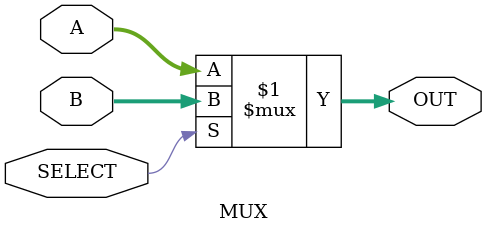
<source format=v>
module MUX (SELECT, A , B, OUT);
input SELECT;
input [n-1:0] A,B;
output [n-1:0] OUT;
parameter n = 16;

assign OUT =  (SELECT)? B:A;
endmodule 
</source>
